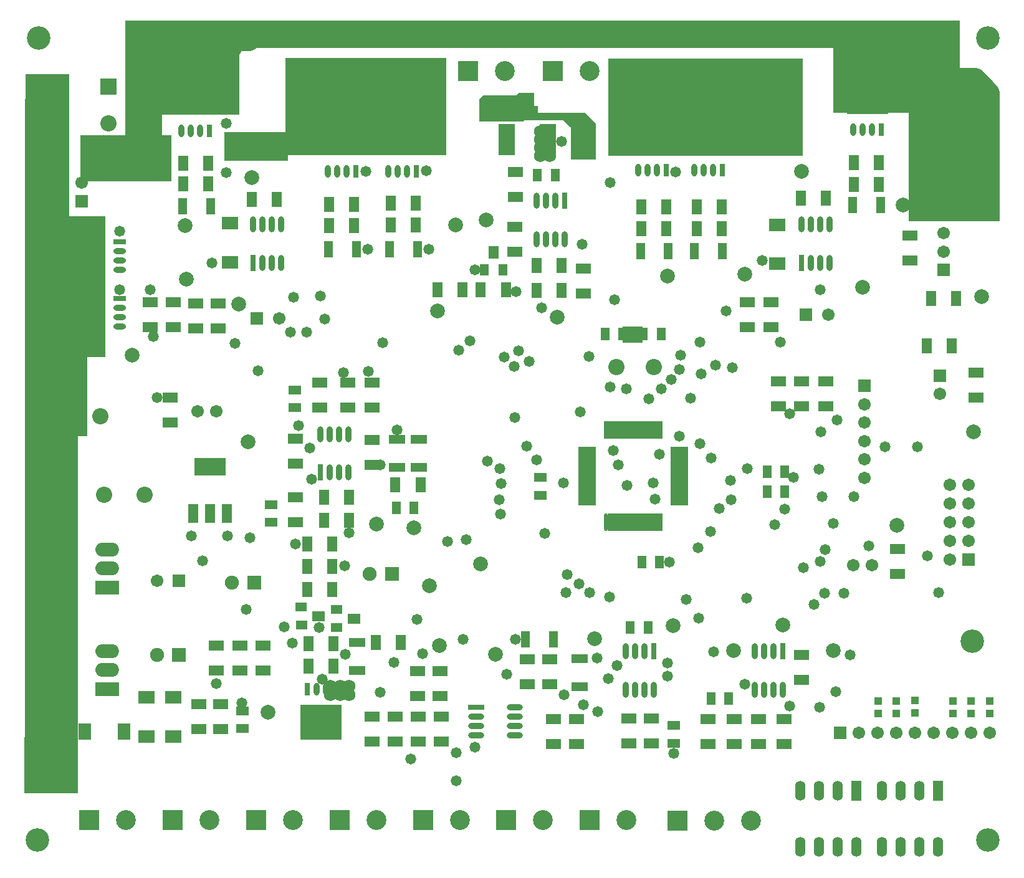
<source format=gts>
%FSLAX24Y24*%
%MOIN*%
G70*
G01*
G75*
G04 Layer_Color=8388736*
%ADD10O,0.0110X0.0866*%
%ADD11R,0.0110X0.0866*%
%ADD12R,0.0866X0.0110*%
%ADD13R,0.0787X0.0394*%
%ADD14R,0.0472X0.0709*%
%ADD15R,0.0591X0.0472*%
%ADD16R,0.0512X0.0433*%
%ADD17R,0.0591X0.0433*%
%ADD18R,0.0472X0.0906*%
%ADD19R,0.1575X0.0866*%
%ADD20R,0.2165X0.1772*%
%ADD21R,0.0236X0.0591*%
%ADD22O,0.0236X0.0591*%
%ADD23R,0.0433X0.0591*%
%ADD24O,0.0236X0.0787*%
%ADD25R,0.0236X0.0787*%
%ADD26R,0.0591X0.0787*%
%ADD27R,0.0787X0.0591*%
%ADD28R,0.0709X0.0472*%
%ADD29O,0.0591X0.0236*%
%ADD30R,0.0591X0.0236*%
%ADD31R,0.1772X0.2165*%
%ADD32R,0.0394X0.0787*%
%ADD33R,0.0787X0.1575*%
%ADD34R,0.0472X0.0591*%
%ADD35R,0.0433X0.0512*%
%ADD36R,0.0787X0.0236*%
%ADD37O,0.0787X0.0236*%
%ADD38R,0.0315X0.0335*%
%ADD39C,0.0157*%
%ADD40C,0.0098*%
%ADD41C,0.0394*%
%ADD42C,0.0079*%
%ADD43C,0.0197*%
%ADD44C,0.0236*%
%ADD45C,0.0118*%
%ADD46C,0.0138*%
%ADD47C,0.0100*%
%ADD48R,0.1339X0.1063*%
%ADD49R,0.3071X0.1772*%
%ADD50R,0.1299X0.1535*%
%ADD51R,0.1575X0.1417*%
%ADD52R,0.0193X0.0151*%
%ADD53R,0.1116X0.0604*%
%ADD54R,0.1063X0.0906*%
%ADD55R,0.0512X0.0157*%
%ADD56C,0.1181*%
%ADD57C,0.0600*%
%ADD58C,0.0709*%
%ADD59C,0.0787*%
%ADD60R,0.0787X0.0787*%
%ADD61R,0.1181X0.0669*%
%ADD62O,0.1181X0.0669*%
%ADD63C,0.0591*%
%ADD64R,0.0591X0.0591*%
%ADD65R,0.0984X0.0984*%
%ADD66C,0.0984*%
%ADD67R,0.0472X0.0984*%
%ADD68O,0.0472X0.0984*%
%ADD69C,0.0669*%
%ADD70R,0.0669X0.0669*%
%ADD71R,0.0591X0.0591*%
%ADD72R,0.0787X0.0787*%
%ADD73C,0.0500*%
%ADD74C,0.0787*%
%ADD75R,0.4213X0.3504*%
%ADD76R,0.7165X0.3189*%
%ADD77R,0.1732X0.1811*%
%ADD78R,0.2795X0.6811*%
%ADD79C,0.0039*%
%ADD80C,0.0102*%
%ADD81C,0.0080*%
%ADD82R,5.3228X0.0551*%
%ADD83C,0.1181*%
%ADD84C,0.1969*%
%ADD85R,0.1339X0.1732*%
%ADD86R,0.0236X0.0433*%
%ADD87R,0.0827X0.1496*%
%ADD88R,0.3307X0.0394*%
%ADD89R,0.1299X0.2598*%
%ADD90R,0.4882X0.2677*%
%ADD91R,0.2874X0.3031*%
%ADD92R,0.1575X0.4409*%
%ADD93R,0.1969X1.7874*%
%ADD94R,0.1732X0.1417*%
%ADD95R,0.4173X0.3465*%
%ADD96R,4.3543X0.1496*%
%ADD97R,0.3425X0.1575*%
%ADD98R,0.4882X0.2480*%
%ADD99R,0.2362X0.7953*%
%ADD100R,0.2598X0.7520*%
%ADD101R,0.4134X0.3819*%
%ADD102R,0.2795X0.0394*%
%ADD103R,0.8622X0.5197*%
%ADD104R,1.0433X0.5197*%
%ADD105R,0.3504X0.6024*%
%ADD106O,0.0190X0.0946*%
%ADD107R,0.0190X0.0946*%
%ADD108R,0.0946X0.0190*%
%ADD109R,0.0867X0.0474*%
%ADD110R,0.0552X0.0789*%
%ADD111R,0.0671X0.0552*%
%ADD112R,0.0592X0.0513*%
%ADD113R,0.0671X0.0513*%
%ADD114R,0.0552X0.0986*%
%ADD115R,0.1655X0.0946*%
%ADD116R,0.2245X0.1852*%
%ADD117R,0.0316X0.0671*%
%ADD118O,0.0316X0.0671*%
%ADD119R,0.0513X0.0671*%
%ADD120O,0.0316X0.0867*%
%ADD121R,0.0316X0.0867*%
%ADD122R,0.0671X0.0867*%
%ADD123R,0.0867X0.0671*%
%ADD124R,0.0789X0.0552*%
%ADD125O,0.0671X0.0316*%
%ADD126R,0.0671X0.0316*%
%ADD127R,0.1852X0.2245*%
%ADD128R,0.0474X0.0867*%
%ADD129R,0.0867X0.1655*%
%ADD130R,0.0552X0.0671*%
%ADD131R,0.0513X0.0592*%
%ADD132R,0.0867X0.0316*%
%ADD133O,0.0867X0.0316*%
%ADD134R,0.0395X0.0415*%
%ADD135C,0.1261*%
%ADD136C,0.0680*%
%ADD137C,0.0789*%
%ADD138C,0.0867*%
%ADD139R,0.0867X0.0867*%
%ADD140R,0.1261X0.0749*%
%ADD141O,0.1261X0.0749*%
%ADD142C,0.0671*%
%ADD143R,0.0671X0.0671*%
%ADD144R,0.1064X0.1064*%
%ADD145C,0.1064*%
%ADD146R,0.0552X0.1064*%
%ADD147O,0.0552X0.1064*%
%ADD148C,0.0749*%
%ADD149R,0.0749X0.0749*%
%ADD150R,0.0671X0.0671*%
%ADD151R,0.0867X0.0867*%
%ADD152C,0.0580*%
G36*
X31024Y39488D02*
Y39291D01*
X29646D01*
X29252Y39685D01*
Y40079D01*
X30433D01*
X31024Y39488D01*
D02*
G37*
G36*
X27244Y39685D02*
X27165Y39606D01*
X24843D01*
X24803Y39646D01*
Y40787D01*
X25000Y40984D01*
X26772D01*
X26929Y41142D01*
X27244D01*
Y39685D01*
D02*
G37*
D54*
X33012Y28209D02*
D03*
D83*
X48465Y42087D02*
X48661Y41890D01*
X51299D01*
X52047Y41142D01*
Y36142D02*
Y41142D01*
X51339Y35433D02*
X52047Y36142D01*
X49606Y35433D02*
X51339D01*
X48346Y36693D02*
X49606Y35433D01*
X48346Y36693D02*
Y43386D01*
X47480Y44252D02*
X48346Y43386D01*
X44685Y44252D02*
X47480D01*
X44646Y44291D02*
X44685Y44252D01*
X12795Y44291D02*
X44646D01*
X12480Y43976D02*
X12795Y44291D01*
X11575Y43976D02*
X12480D01*
D84*
X8189Y43780D02*
X11181D01*
X6850Y42441D02*
X8189Y43780D01*
X6850Y38346D02*
Y42441D01*
X6102Y37598D02*
X6850Y38346D01*
X5394Y37598D02*
X6102D01*
X1457Y5906D02*
Y40669D01*
D85*
X30354Y38425D02*
D03*
D86*
X27835Y40217D02*
D03*
D87*
X27343Y40394D02*
D03*
D88*
X28701Y39882D02*
D03*
D89*
X6516Y43701D02*
D03*
D90*
X50197Y35591D02*
D03*
D91*
X1909Y5177D02*
D03*
D92*
X3071Y24961D02*
D03*
D93*
X2362Y14134D02*
D03*
D94*
X49646Y42992D02*
D03*
D95*
X45787Y41811D02*
D03*
D96*
X28740Y44252D02*
D03*
D97*
X12854Y38268D02*
D03*
D98*
X5906Y37618D02*
D03*
D99*
X1693Y38150D02*
D03*
D100*
X3504Y30768D02*
D03*
D101*
X9902Y41870D02*
D03*
D102*
X11988Y44567D02*
D03*
D103*
X18720Y40394D02*
D03*
D104*
X36909Y40354D02*
D03*
D105*
X50138Y38878D02*
D03*
D106*
X31555Y18169D02*
D03*
D107*
X31752D02*
D03*
X31949D02*
D03*
X32146D02*
D03*
X32343D02*
D03*
X32539D02*
D03*
X32736D02*
D03*
X32933D02*
D03*
X33130D02*
D03*
X33327D02*
D03*
X33524D02*
D03*
X33720D02*
D03*
X33917D02*
D03*
X34114D02*
D03*
X34311D02*
D03*
X34508D02*
D03*
Y23091D02*
D03*
X34311D02*
D03*
X34114D02*
D03*
X33917D02*
D03*
X33720D02*
D03*
X33524D02*
D03*
X33327D02*
D03*
X33130D02*
D03*
X32933D02*
D03*
X32736D02*
D03*
X32539D02*
D03*
X32343D02*
D03*
X32146D02*
D03*
X31949D02*
D03*
X31752D02*
D03*
X31555D02*
D03*
D108*
X35492Y19154D02*
D03*
Y19350D02*
D03*
Y19547D02*
D03*
Y19744D02*
D03*
Y19941D02*
D03*
Y20138D02*
D03*
Y20335D02*
D03*
Y20531D02*
D03*
Y20728D02*
D03*
Y20925D02*
D03*
Y21122D02*
D03*
Y21319D02*
D03*
Y21516D02*
D03*
Y21713D02*
D03*
Y21909D02*
D03*
Y22106D02*
D03*
X30571D02*
D03*
Y21909D02*
D03*
Y21713D02*
D03*
Y21516D02*
D03*
Y21319D02*
D03*
Y21122D02*
D03*
Y20925D02*
D03*
Y20728D02*
D03*
Y20531D02*
D03*
Y20335D02*
D03*
Y20138D02*
D03*
Y19941D02*
D03*
Y19744D02*
D03*
Y19547D02*
D03*
Y19350D02*
D03*
Y19154D02*
D03*
D109*
X21575Y21101D02*
D03*
Y22589D02*
D03*
X20394Y21101D02*
D03*
Y22589D02*
D03*
X18268Y11733D02*
D03*
Y10245D02*
D03*
X30157Y10867D02*
D03*
Y9379D02*
D03*
D110*
X15591Y15787D02*
D03*
X20590Y11732D02*
D03*
X19252D02*
D03*
X16929Y14567D02*
D03*
X15591D02*
D03*
X8977Y37362D02*
D03*
X10315D02*
D03*
X8977Y36260D02*
D03*
X10315D02*
D03*
X16772Y35157D02*
D03*
X18110D02*
D03*
X20079Y35236D02*
D03*
X21417D02*
D03*
X18110Y34016D02*
D03*
X16772D02*
D03*
X20079Y34055D02*
D03*
X21417D02*
D03*
X34803Y33858D02*
D03*
X33465D02*
D03*
X36418Y35039D02*
D03*
X37756D02*
D03*
X33465D02*
D03*
X34803D02*
D03*
X37756Y33858D02*
D03*
X36418D02*
D03*
X44843Y37402D02*
D03*
X46181D02*
D03*
Y36220D02*
D03*
X44843D02*
D03*
X12638Y35433D02*
D03*
X13976D02*
D03*
X42008Y35512D02*
D03*
X43346D02*
D03*
X29212Y31890D02*
D03*
X27874D02*
D03*
X29212Y30551D02*
D03*
X27874D02*
D03*
X26220Y30591D02*
D03*
X24882D02*
D03*
X23897D02*
D03*
X22559D02*
D03*
X50078Y27598D02*
D03*
X48740D02*
D03*
X50315Y30118D02*
D03*
X48977D02*
D03*
X15670Y11654D02*
D03*
X17008D02*
D03*
X15670Y10472D02*
D03*
X17008D02*
D03*
X16929Y15787D02*
D03*
X15591Y17008D02*
D03*
X16929D02*
D03*
X17834Y19488D02*
D03*
X16496D02*
D03*
X17834Y18268D02*
D03*
X16496D02*
D03*
X20315Y20157D02*
D03*
X21653D02*
D03*
D111*
X18096Y12999D02*
D03*
X16206Y13117D02*
D03*
D112*
X17178Y12532D02*
D03*
X17168Y13506D02*
D03*
X15289Y12650D02*
D03*
X15279Y13624D02*
D03*
D113*
X14921Y25237D02*
D03*
Y24291D02*
D03*
X13661Y18149D02*
D03*
Y19095D02*
D03*
X12126Y7125D02*
D03*
Y8072D02*
D03*
X35197Y7284D02*
D03*
Y6338D02*
D03*
X28071Y19606D02*
D03*
Y20552D02*
D03*
D114*
X9488Y18644D02*
D03*
X10394D02*
D03*
X11299D02*
D03*
D115*
X10390Y21120D02*
D03*
D116*
X34075Y38764D02*
D03*
X17487Y38725D02*
D03*
X20715D02*
D03*
X37067Y38764D02*
D03*
X9626Y40890D02*
D03*
X45571Y40929D02*
D03*
X16319Y7456D02*
D03*
D117*
X34805Y36984D02*
D03*
X18217Y36945D02*
D03*
X21445D02*
D03*
X37797Y36984D02*
D03*
X10356Y39110D02*
D03*
X46301Y39149D02*
D03*
X15589Y9236D02*
D03*
D118*
X34305Y36984D02*
D03*
X33805D02*
D03*
X33305D02*
D03*
X17717Y36945D02*
D03*
X17217D02*
D03*
X16717D02*
D03*
X20945D02*
D03*
X20445D02*
D03*
X19945D02*
D03*
X37297Y36984D02*
D03*
X36797D02*
D03*
X36297D02*
D03*
X9856Y39110D02*
D03*
X9356D02*
D03*
X8856D02*
D03*
X45801Y39149D02*
D03*
X45301D02*
D03*
X44801D02*
D03*
X17089Y9236D02*
D03*
X16589D02*
D03*
X16089D02*
D03*
D119*
X37204Y8740D02*
D03*
X38150D02*
D03*
X28859Y36732D02*
D03*
X27913D02*
D03*
X32873Y12520D02*
D03*
X33820D02*
D03*
X21300Y18937D02*
D03*
X20354D02*
D03*
X40196Y20866D02*
D03*
X41142D02*
D03*
X40196Y19803D02*
D03*
X41142D02*
D03*
X33503Y16024D02*
D03*
X34449D02*
D03*
X33582Y28228D02*
D03*
X34528D02*
D03*
X32481D02*
D03*
X31535D02*
D03*
D120*
X39526Y9210D02*
D03*
X40026D02*
D03*
X40526D02*
D03*
X41026D02*
D03*
X39526Y11263D02*
D03*
X40026D02*
D03*
X40526D02*
D03*
X13215Y32044D02*
D03*
X13715D02*
D03*
X14215D02*
D03*
X12715Y34097D02*
D03*
X13215D02*
D03*
X13715D02*
D03*
X14215D02*
D03*
X42545Y32044D02*
D03*
X43045D02*
D03*
X43545D02*
D03*
X42045Y34097D02*
D03*
X42545D02*
D03*
X43045D02*
D03*
X43545D02*
D03*
X28872Y35357D02*
D03*
X28372D02*
D03*
X27872D02*
D03*
X29372Y33304D02*
D03*
X28872D02*
D03*
X28372D02*
D03*
X27872D02*
D03*
X33636Y11263D02*
D03*
X33136D02*
D03*
X32636D02*
D03*
X34136Y9210D02*
D03*
X33636D02*
D03*
X33136D02*
D03*
X32636D02*
D03*
X16797Y20824D02*
D03*
X17297D02*
D03*
X17797D02*
D03*
X16297Y22877D02*
D03*
X16797D02*
D03*
X17297D02*
D03*
X17797D02*
D03*
D121*
X41026Y11263D02*
D03*
X12715Y32044D02*
D03*
X42045D02*
D03*
X29372Y35357D02*
D03*
X34136Y11263D02*
D03*
X16297Y20824D02*
D03*
D122*
X5812Y6969D02*
D03*
X3716D02*
D03*
D123*
X7008Y6708D02*
D03*
Y8804D02*
D03*
X8425D02*
D03*
Y6708D02*
D03*
X11457Y34158D02*
D03*
Y32062D02*
D03*
X40748Y34079D02*
D03*
Y31983D02*
D03*
D124*
X9803Y7087D02*
D03*
Y8425D02*
D03*
X10984D02*
D03*
Y7087D02*
D03*
X26732Y35552D02*
D03*
Y36889D02*
D03*
X9646Y29882D02*
D03*
Y28544D02*
D03*
X10827Y29882D02*
D03*
Y28544D02*
D03*
X40394Y29921D02*
D03*
Y28583D02*
D03*
X39134Y29921D02*
D03*
Y28583D02*
D03*
X7205Y29921D02*
D03*
Y28583D02*
D03*
X8425D02*
D03*
Y29921D02*
D03*
X26693Y32638D02*
D03*
Y33976D02*
D03*
X30354Y30394D02*
D03*
Y31732D02*
D03*
X51378Y24843D02*
D03*
Y26181D02*
D03*
X10748Y11574D02*
D03*
Y10237D02*
D03*
X12008Y11574D02*
D03*
Y10237D02*
D03*
X13228D02*
D03*
Y11574D02*
D03*
X47835Y32166D02*
D03*
Y33504D02*
D03*
X28780Y7637D02*
D03*
Y6300D02*
D03*
X30000Y7637D02*
D03*
Y6300D02*
D03*
X19055Y7756D02*
D03*
Y6418D02*
D03*
X20315D02*
D03*
Y7756D02*
D03*
X21535Y6418D02*
D03*
Y7756D02*
D03*
X22756Y6418D02*
D03*
Y7756D02*
D03*
X21496Y8859D02*
D03*
Y10197D02*
D03*
X22717D02*
D03*
Y8859D02*
D03*
X27362Y10826D02*
D03*
Y9488D02*
D03*
X28583Y10826D02*
D03*
Y9488D02*
D03*
X34016Y6339D02*
D03*
Y7677D02*
D03*
X32795D02*
D03*
Y6339D02*
D03*
X37047Y6300D02*
D03*
Y7637D02*
D03*
X38425Y6300D02*
D03*
Y7637D02*
D03*
X39724D02*
D03*
Y6300D02*
D03*
X41102Y7637D02*
D03*
Y6300D02*
D03*
X42047Y9725D02*
D03*
Y11063D02*
D03*
X16260Y24292D02*
D03*
Y25630D02*
D03*
X17756Y24292D02*
D03*
Y25630D02*
D03*
X19055Y22559D02*
D03*
Y21221D02*
D03*
X19055Y24292D02*
D03*
Y25630D02*
D03*
X14961Y22637D02*
D03*
Y21300D02*
D03*
X14961Y19488D02*
D03*
Y18150D02*
D03*
X8268Y23504D02*
D03*
Y24842D02*
D03*
X47165Y15394D02*
D03*
Y16732D02*
D03*
X42047Y25708D02*
D03*
Y24370D02*
D03*
X43346D02*
D03*
Y25708D02*
D03*
X40787Y24370D02*
D03*
Y25708D02*
D03*
D125*
X5575Y28620D02*
D03*
Y29120D02*
D03*
Y29620D02*
D03*
Y31652D02*
D03*
Y32152D02*
D03*
Y32652D02*
D03*
D126*
Y30120D02*
D03*
Y33152D02*
D03*
D127*
X3795Y29390D02*
D03*
Y32422D02*
D03*
D128*
X10434Y35079D02*
D03*
X8946D02*
D03*
X16731Y32756D02*
D03*
X18219D02*
D03*
X19999D02*
D03*
X21487D02*
D03*
X33424Y32677D02*
D03*
X34912D02*
D03*
X36298D02*
D03*
X37786D02*
D03*
X44763Y35118D02*
D03*
X46251D02*
D03*
X27283Y11890D02*
D03*
X28770D02*
D03*
D129*
X26260Y38622D02*
D03*
X28462D02*
D03*
D130*
X25584Y32584D02*
D03*
D131*
X26051Y31667D02*
D03*
X25077Y31657D02*
D03*
D132*
X24643Y8270D02*
D03*
D133*
Y7770D02*
D03*
Y7270D02*
D03*
Y6770D02*
D03*
X26696Y8270D02*
D03*
Y7770D02*
D03*
Y7270D02*
D03*
Y6770D02*
D03*
D134*
X47087Y7935D02*
D03*
Y8601D02*
D03*
X50118Y7935D02*
D03*
Y8601D02*
D03*
X51102Y7935D02*
D03*
Y8601D02*
D03*
X46142Y7935D02*
D03*
Y8601D02*
D03*
X52087Y7935D02*
D03*
Y8601D02*
D03*
X48110Y7974D02*
D03*
Y8640D02*
D03*
D135*
X52008Y44055D02*
D03*
X51181Y11811D02*
D03*
X1220Y44055D02*
D03*
X1181Y1181D02*
D03*
X52008Y1181D02*
D03*
D136*
X16850Y9409D02*
D03*
X17362D02*
D03*
X17835D02*
D03*
Y8937D02*
D03*
X17362D02*
D03*
X16850D02*
D03*
X28583Y39055D02*
D03*
X28071D02*
D03*
Y38189D02*
D03*
X28583D02*
D03*
Y38622D02*
D03*
X28071D02*
D03*
X28583Y37756D02*
D03*
X28071D02*
D03*
X44961Y41457D02*
D03*
Y40906D02*
D03*
Y40394D02*
D03*
X45827D02*
D03*
Y40906D02*
D03*
Y41457D02*
D03*
X45394D02*
D03*
Y40906D02*
D03*
Y40394D02*
D03*
X46260Y41457D02*
D03*
Y40906D02*
D03*
Y40394D02*
D03*
X36378Y39331D02*
D03*
Y38780D02*
D03*
Y38268D02*
D03*
X37244D02*
D03*
Y38780D02*
D03*
Y39331D02*
D03*
X36811D02*
D03*
Y38780D02*
D03*
Y38268D02*
D03*
X37677Y39331D02*
D03*
Y38780D02*
D03*
Y38268D02*
D03*
X33465Y39291D02*
D03*
Y38740D02*
D03*
Y38228D02*
D03*
X34331D02*
D03*
Y38740D02*
D03*
Y39291D02*
D03*
X33898D02*
D03*
Y38740D02*
D03*
Y38228D02*
D03*
X34764Y39291D02*
D03*
Y38740D02*
D03*
Y38228D02*
D03*
X20079Y39252D02*
D03*
Y38701D02*
D03*
Y38189D02*
D03*
X20945D02*
D03*
Y38701D02*
D03*
Y39252D02*
D03*
X20512D02*
D03*
Y38701D02*
D03*
Y38189D02*
D03*
X21378Y39252D02*
D03*
Y38701D02*
D03*
Y38189D02*
D03*
X16850Y39252D02*
D03*
Y38701D02*
D03*
Y38189D02*
D03*
X17717D02*
D03*
Y38701D02*
D03*
Y39252D02*
D03*
X17283D02*
D03*
Y38701D02*
D03*
Y38189D02*
D03*
X18150Y39252D02*
D03*
Y38701D02*
D03*
Y38189D02*
D03*
X9016Y41496D02*
D03*
Y40945D02*
D03*
Y40433D02*
D03*
X9882D02*
D03*
Y40945D02*
D03*
Y41496D02*
D03*
X9449D02*
D03*
Y40945D02*
D03*
Y40433D02*
D03*
X10315Y41496D02*
D03*
Y40945D02*
D03*
Y40433D02*
D03*
X4331Y30079D02*
D03*
X3780D02*
D03*
X3268D02*
D03*
Y29213D02*
D03*
X3780D02*
D03*
X4331D02*
D03*
Y29646D02*
D03*
X3780D02*
D03*
X3268D02*
D03*
X4331Y28780D02*
D03*
X3780D02*
D03*
X3268D02*
D03*
X4213Y33071D02*
D03*
X3661D02*
D03*
X3150D02*
D03*
Y32205D02*
D03*
X3661D02*
D03*
X4213D02*
D03*
Y32638D02*
D03*
X3661D02*
D03*
X3150D02*
D03*
X4213Y31772D02*
D03*
X3661D02*
D03*
X3150D02*
D03*
D137*
X22126Y14764D02*
D03*
X21299Y17874D02*
D03*
X39016Y31417D02*
D03*
X2899Y16708D02*
D03*
X12441Y22480D02*
D03*
X9134Y31181D02*
D03*
X11929Y29843D02*
D03*
X25669Y11102D02*
D03*
X22677Y11575D02*
D03*
X51654Y30236D02*
D03*
X38386Y11299D02*
D03*
X43740Y11299D02*
D03*
X41024Y12677D02*
D03*
X30984Y11929D02*
D03*
X35157Y12638D02*
D03*
X19291Y18071D02*
D03*
X47126Y17992D02*
D03*
X22559Y29449D02*
D03*
X28976Y29134D02*
D03*
X25157Y34331D02*
D03*
X13504Y7992D02*
D03*
X51220Y22992D02*
D03*
X24882Y15945D02*
D03*
X45315Y30748D02*
D03*
X9055Y34016D02*
D03*
X47480Y35118D02*
D03*
X23543Y34055D02*
D03*
X34882Y31339D02*
D03*
X12638Y36614D02*
D03*
X6220Y27087D02*
D03*
X42047Y36929D02*
D03*
D138*
X4961Y39488D02*
D03*
X4528Y23819D02*
D03*
X49921Y37874D02*
D03*
X4744Y19646D02*
D03*
X6909D02*
D03*
X34150Y26457D02*
D03*
X32150D02*
D03*
D139*
X4961Y41457D02*
D03*
X49921Y39843D02*
D03*
D140*
X4903Y9245D02*
D03*
Y14678D02*
D03*
D141*
X4893Y10255D02*
D03*
X4903Y11275D02*
D03*
X4893Y15688D02*
D03*
X4903Y16708D02*
D03*
D142*
X3543Y36319D02*
D03*
X9736Y24094D02*
D03*
X10736D02*
D03*
X45815Y15866D02*
D03*
X44815D02*
D03*
X45394Y21516D02*
D03*
Y24469D02*
D03*
Y23484D02*
D03*
Y22500D02*
D03*
Y20531D02*
D03*
X7560Y15039D02*
D03*
X49984Y20181D02*
D03*
X50984D02*
D03*
X49984Y19181D02*
D03*
X50984D02*
D03*
X49984Y18181D02*
D03*
X50984D02*
D03*
X49984Y17181D02*
D03*
X50984D02*
D03*
X49984Y16181D02*
D03*
X46094Y6890D02*
D03*
X47094D02*
D03*
X48094D02*
D03*
X49094D02*
D03*
X50094D02*
D03*
X51094D02*
D03*
X52094D02*
D03*
X45094D02*
D03*
X14094Y29055D02*
D03*
X43464Y29252D02*
D03*
X49449Y25020D02*
D03*
X49636Y32646D02*
D03*
Y33630D02*
D03*
D143*
X3543Y35335D02*
D03*
X45394Y25453D02*
D03*
X44094Y6890D02*
D03*
X49449Y26004D02*
D03*
X49636Y31661D02*
D03*
D144*
X3937Y2244D02*
D03*
X8399D02*
D03*
X24213Y42283D02*
D03*
X28740D02*
D03*
X17323Y2244D02*
D03*
X21785D02*
D03*
X26247D02*
D03*
X12861D02*
D03*
X30709D02*
D03*
X35394Y2205D02*
D03*
D145*
X5906Y2244D02*
D03*
X10367D02*
D03*
X26181Y42283D02*
D03*
X30709D02*
D03*
X19291Y2244D02*
D03*
X23753D02*
D03*
X28215D02*
D03*
X14829D02*
D03*
X32677D02*
D03*
X39331Y2205D02*
D03*
X37362D02*
D03*
D146*
X44965Y3783D02*
D03*
X49335D02*
D03*
D147*
X43965D02*
D03*
X42965D02*
D03*
X41965D02*
D03*
X44965Y783D02*
D03*
X43965D02*
D03*
X42965D02*
D03*
X41965D02*
D03*
X46335D02*
D03*
X47335D02*
D03*
X48335D02*
D03*
X49335D02*
D03*
X46335Y3783D02*
D03*
X47335D02*
D03*
X48335D02*
D03*
D148*
X7559Y11063D02*
D03*
X11575Y14921D02*
D03*
X18937Y15394D02*
D03*
D149*
X8740Y11063D02*
D03*
X12756Y14921D02*
D03*
X20118Y15394D02*
D03*
D150*
X8740Y15039D02*
D03*
X50984Y16181D02*
D03*
X12914Y29055D02*
D03*
X42284Y29252D02*
D03*
D151*
X2559Y23819D02*
D03*
D152*
X28150Y29646D02*
D03*
X33031Y28228D02*
D03*
X16417Y9764D02*
D03*
X44646Y11063D02*
D03*
X44843Y19528D02*
D03*
X43150D02*
D03*
X41142Y18858D02*
D03*
X48228Y22205D02*
D03*
X46496D02*
D03*
X26732Y11890D02*
D03*
X23937D02*
D03*
X16299Y30276D02*
D03*
X14882Y30197D02*
D03*
X14685Y28346D02*
D03*
X19646Y27756D02*
D03*
X23701Y27362D02*
D03*
X25945Y18583D02*
D03*
X12520Y17323D02*
D03*
X10000Y16102D02*
D03*
X12323Y13504D02*
D03*
X21142Y5512D02*
D03*
X16535Y29016D02*
D03*
X32047Y30079D02*
D03*
X14370Y12559D02*
D03*
X16220Y12520D02*
D03*
X11732Y27717D02*
D03*
X12953Y26260D02*
D03*
X35079Y25787D02*
D03*
X30197Y24055D02*
D03*
X38346Y26417D02*
D03*
X37441Y26575D02*
D03*
X36614Y27795D02*
D03*
X35551Y27087D02*
D03*
X30669Y27047D02*
D03*
X49370Y14409D02*
D03*
X17598Y15827D02*
D03*
X31772Y14173D02*
D03*
X41614Y20551D02*
D03*
X37205Y21614D02*
D03*
X48780Y16378D02*
D03*
X27480Y26772D02*
D03*
X31811Y36339D02*
D03*
X15551Y28346D02*
D03*
X36102Y24803D02*
D03*
X36654Y26102D02*
D03*
X35512Y26339D02*
D03*
X35492Y22776D02*
D03*
X43071Y22992D02*
D03*
X43307Y16693D02*
D03*
X43032Y16063D02*
D03*
X42126Y15748D02*
D03*
X36535Y13032D02*
D03*
X39094Y14094D02*
D03*
X35866Y14016D02*
D03*
X25236Y21417D02*
D03*
X26890Y27323D02*
D03*
X43937Y23622D02*
D03*
X24291Y27874D02*
D03*
X24094Y17244D02*
D03*
X25866Y19370D02*
D03*
X25984Y20236D02*
D03*
X14961Y17008D02*
D03*
X25906Y21024D02*
D03*
X26654Y26496D02*
D03*
X26142Y27008D02*
D03*
X29291Y20276D02*
D03*
X23110Y17126D02*
D03*
X43740Y18110D02*
D03*
X30709Y14409D02*
D03*
X28307Y17559D02*
D03*
X38228Y20394D02*
D03*
X30118Y14882D02*
D03*
X37165Y17677D02*
D03*
X29449Y14409D02*
D03*
X29488Y15354D02*
D03*
X36496Y16811D02*
D03*
X42717Y13780D02*
D03*
X43268Y14370D02*
D03*
X44291D02*
D03*
X43858Y9094D02*
D03*
X37323Y11220D02*
D03*
X45630Y16890D02*
D03*
X42953Y20984D02*
D03*
X39134Y21024D02*
D03*
X36614Y22362D02*
D03*
X33858Y24764D02*
D03*
X34528Y25315D02*
D03*
X32677D02*
D03*
X31811Y25394D02*
D03*
X40591Y18032D02*
D03*
X37638Y18898D02*
D03*
X38268Y19370D02*
D03*
X34961Y16024D02*
D03*
X34213Y19409D02*
D03*
X27874Y21496D02*
D03*
X27323Y22244D02*
D03*
X26693Y23780D02*
D03*
X32244Y21220D02*
D03*
X34449Y21811D02*
D03*
X31969Y22008D02*
D03*
X34094Y20276D02*
D03*
X32717Y20118D02*
D03*
X34882Y9921D02*
D03*
X23583Y4331D02*
D03*
Y5827D02*
D03*
X30354Y8386D02*
D03*
X31693Y9803D02*
D03*
X32165Y10512D02*
D03*
X34882Y10630D02*
D03*
X21772Y11142D02*
D03*
X21457Y12953D02*
D03*
X14803Y11693D02*
D03*
X31102Y10906D02*
D03*
X20236Y10669D02*
D03*
X35197Y5787D02*
D03*
X31142Y8031D02*
D03*
X26260Y10039D02*
D03*
X19488Y9055D02*
D03*
X24567Y6142D02*
D03*
X41417Y23976D02*
D03*
X37992Y29449D02*
D03*
X40906Y27795D02*
D03*
X29213Y38543D02*
D03*
X30315Y33031D02*
D03*
X17638Y11102D02*
D03*
X10748Y9528D02*
D03*
X7559Y24843D02*
D03*
X11339Y17441D02*
D03*
X9409D02*
D03*
X19488Y21220D02*
D03*
X15748Y22126D02*
D03*
X18858Y26220D02*
D03*
X17520Y26181D02*
D03*
X15118Y23346D02*
D03*
X17835Y17598D02*
D03*
X15827Y20472D02*
D03*
X20394Y23110D02*
D03*
X39921Y32165D02*
D03*
X43032Y30591D02*
D03*
X35315Y36890D02*
D03*
X26772Y30512D02*
D03*
X10512Y32047D02*
D03*
X24567Y31654D02*
D03*
X22087Y32756D02*
D03*
X18819D02*
D03*
X21969Y36969D02*
D03*
X18740Y36929D02*
D03*
X12087Y8504D02*
D03*
X7362Y28110D02*
D03*
X7205Y30591D02*
D03*
X11260Y36850D02*
D03*
Y39488D02*
D03*
X5551Y30591D02*
D03*
Y33740D02*
D03*
X29331Y8937D02*
D03*
X41417Y8346D02*
D03*
X39016Y9488D02*
D03*
X42992Y8268D02*
D03*
M02*

</source>
